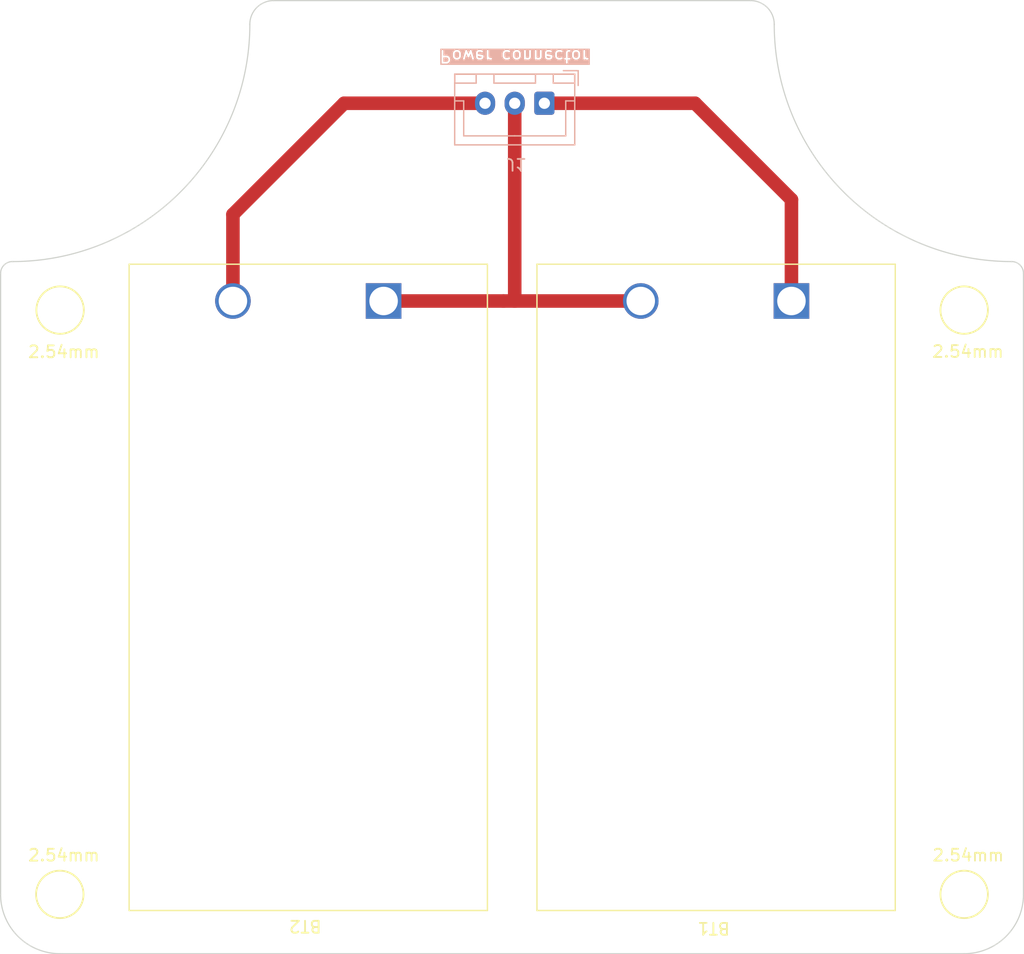
<source format=kicad_pcb>
(kicad_pcb (version 20221018) (generator pcbnew)
  (layers (0 "F.Cu" signal) (31 "B.Cu" signal) (34 "B.Paste" user) (35 "F.Paste" user) (36 "B.SilkS" user "B.Silkscreen") (37 "F.SilkS" user "F.Silkscreen") (38 "B.Mask" user) (39 "F.Mask" user) (44 "Edge.Cuts" user))
  (net 0 "")
  (net 1 "Net-(BT1-+)")
  (net 2 "GND")
  (net 3 "Net-(BT2--)")
  (footprint "Battery:BatteryHolder_Eagle_12BH611-GR" (layer "F.Cu") (at 165.075 73.525 90)
    (fp_text reference "BT1" (at -52.9 -6.557864 180 unlocked) (layer "F.SilkS" knockout))
    (fp_text value "Battery")
    (fp_line (start -51.4 -21.45) (end 3.1 -21.45) (stroke (width 0.12)) (layer "F.SilkS"))
    (fp_line (start -51.4 8.75) (end -51.4 -21.45) (stroke (width 0.12)) (layer "F.SilkS"))
    (fp_line (start 3.1 -21.45) (end 3.1 8.75) (stroke (width 0.12)) (layer "F.SilkS"))
    (fp_line (start 3.1 8.75) (end -51.4 8.75) (stroke (width 0.12)) (layer "F.SilkS"))
    (pad "" np_thru_hole circle (at -38.9 -17.45 90) (size 2.6 2.6) (drill 2.6) (layers "*.Cu" "*.Mask"))
    (pad "" np_thru_hole circle (at -24.15 4.75 90) (size 2.6 2.6) (drill 2.6) (layers "*.Cu" "*.Mask"))
    (pad "" np_thru_hole circle (at -10.9 -17.45 90) (size 2.6 2.6) (drill 2.6) (layers "*.Cu" "*.Mask"))
    (pad "1" thru_hole rect (at 0 0 90) (size 3 3) (drill 2.4) (layers "*.Cu" "*.Mask") (net 1 "Net-(BT1-+)"))
    (pad "2" thru_hole circle (at 0 -12.7 90) (size 3 3) (drill 2.4) (layers "*.Cu" "*.Mask") (net 2 "GND"))
  )
  (footprint "Battery:BatteryHolder_Eagle_12BH611-GR" (layer "F.Cu") (at 130.7 73.525 90)
    (fp_text reference "BT2" (at -52.725 -6.6 180 unlocked) (layer "F.SilkS" knockout))
    (fp_text value "Battery")
    (fp_line (start -51.4 -21.45) (end 3.1 -21.45) (stroke (width 0.12)) (layer "F.SilkS"))
    (fp_line (start -51.4 8.75) (end -51.4 -21.45) (stroke (width 0.12)) (layer "F.SilkS"))
    (fp_line (start 3.1 -21.45) (end 3.1 8.75) (stroke (width 0.12)) (layer "F.SilkS"))
    (fp_line (start 3.1 8.75) (end -51.4 8.75) (stroke (width 0.12)) (layer "F.SilkS"))
    (pad "" np_thru_hole circle (at -38.9 -17.45 90) (size 2.6 2.6) (drill 2.6) (layers "*.Cu" "*.Mask"))
    (pad "" np_thru_hole circle (at -24.15 4.75 90) (size 2.6 2.6) (drill 2.6) (layers "*.Cu" "*.Mask"))
    (pad "" np_thru_hole circle (at -10.9 -17.45 90) (size 2.6 2.6) (drill 2.6) (layers "*.Cu" "*.Mask"))
    (pad "1" thru_hole rect (at 0 0 90) (size 3 3) (drill 2.4) (layers "*.Cu" "*.Mask") (net 2 "GND"))
    (pad "2" thru_hole circle (at 0 -12.7 90) (size 3 3) (drill 2.4) (layers "*.Cu" "*.Mask") (net 3 "Net-(BT2--)"))
  )
  (footprint "MountingHole:MountingHole_2.5mm" (layer "F.Cu") (at 103.432864 74.342136)
    (fp_text reference "H1" hide)
    (fp_text value "MountingHole" hide)
    (pad "" np_thru_hole circle (at 0 0) (size 2.5 2.5) (drill 2.5) (layers "*.Cu" "*.Mask"))
  )
  (footprint "MountingHole:MountingHole_2.5mm" (layer "F.Cu") (at 103.407864 123.617136)
    (fp_text reference "H4" hide)
    (fp_text value "MountingHole" hide)
    (pad "" np_thru_hole circle (at 0 0) (size 2.5 2.5) (drill 2.5) (layers "*.Cu" "*.Mask"))
  )
  (footprint "MountingHole:MountingHole_2.5mm" (layer "F.Cu") (at 179.632864 123.617136)
    (fp_text reference "H2" hide)
    (fp_text value "MountingHole" hide)
    (pad "" np_thru_hole circle (at 0 0) (size 2.5 2.5) (drill 2.5) (layers "*.Cu" "*.Mask"))
  )
  (footprint "MountingHole:MountingHole_2.5mm" (layer "F.Cu") (at 179.632864 74.342136)
    (fp_text reference "H3" hide)
    (fp_text value "MountingHole" hide)
    (pad "" np_thru_hole circle (at 0 0) (size 2.5 2.5) (drill 2.5) (layers "*.Cu" "*.Mask"))
  )
  (footprint "Connector_JST:JST_XH_B3B-XH-A_1x03_P2.50mm_Vertical" (layer "B.Cu") (at 144.25 56.85 180)
    (fp_text reference "J1" (at 2.35 -5.15 180 unlocked) (layer "B.SilkS") (effects (justify mirror)))
    (fp_text value "Battery Connector")
    (fp_line (start -2.85 2.75) (end -2.85 1.5) (stroke (width 0.12)) (layer "B.SilkS"))
    (fp_line (start -2.56 -3.51) (end 7.56 -3.51) (stroke (width 0.12)) (layer "B.SilkS"))
    (fp_line (start -2.56 2.46) (end -2.56 -3.51) (stroke (width 0.12)) (layer "B.SilkS"))
    (fp_line (start -2.55 0.2) (end -1.8 0.2) (stroke (width 0.12)) (layer "B.SilkS"))
    (fp_line (start -2.55 1.7) (end -0.75 1.7) (stroke (width 0.12)) (layer "B.SilkS"))
    (fp_line (start -2.55 2.45) (end -2.55 1.7) (stroke (width 0.12)) (layer "B.SilkS"))
    (fp_line (start -1.8 -2.75) (end 2.5 -2.75) (stroke (width 0.12)) (layer "B.SilkS"))
    (fp_line (start -1.8 0.2) (end -1.8 -2.75) (stroke (width 0.12)) (layer "B.SilkS"))
    (fp_line (start -1.6 2.75) (end -2.85 2.75) (stroke (width 0.12)) (layer "B.SilkS"))
    (fp_line (start -0.75 1.7) (end -0.75 2.45) (stroke (width 0.12)) (layer "B.SilkS"))
    (fp_line (start -0.75 2.45) (end -2.55 2.45) (stroke (width 0.12)) (layer "B.SilkS"))
    (fp_line (start 0.75 1.7) (end 4.25 1.7) (stroke (width 0.12)) (layer "B.SilkS"))
    (fp_line (start 0.75 2.45) (end 0.75 1.7) (stroke (width 0.12)) (layer "B.SilkS"))
    (fp_line (start 4.25 1.7) (end 4.25 2.45) (stroke (width 0.12)) (layer "B.SilkS"))
    (fp_line (start 4.25 2.45) (end 0.75 2.45) (stroke (width 0.12)) (layer "B.SilkS"))
    (fp_line (start 5.75 1.7) (end 7.55 1.7) (stroke (width 0.12)) (layer "B.SilkS"))
    (fp_line (start 5.75 2.45) (end 5.75 1.7) (stroke (width 0.12)) (layer "B.SilkS"))
    (fp_line (start 6.8 -2.75) (end 2.5 -2.75) (stroke (width 0.12)) (layer "B.SilkS"))
    (fp_line (start 6.8 0.2) (end 6.8 -2.75) (stroke (width 0.12)) (layer "B.SilkS"))
    (fp_line (start 7.55 0.2) (end 6.8 0.2) (stroke (width 0.12)) (layer "B.SilkS"))
    (fp_line (start 7.55 1.7) (end 7.55 2.45) (stroke (width 0.12)) (layer "B.SilkS"))
    (fp_line (start 7.55 2.45) (end 5.75 2.45) (stroke (width 0.12)) (layer "B.SilkS"))
    (fp_line (start 7.56 -3.51) (end 7.56 2.46) (stroke (width 0.12)) (layer "B.SilkS"))
    (fp_line (start 7.56 2.46) (end -2.56 2.46) (stroke (width 0.12)) (layer "B.SilkS"))
    (pad "1" thru_hole roundrect (at 0 0 180) (size 1.7 1.95) (drill 0.95) (layers "*.Cu" "*.Mask") (roundrect_rratio 0.1470588235) (net 1 "Net-(BT1-+)"))
    (pad "2" thru_hole oval (at 2.5 0 180) (size 1.7 1.95) (drill 0.95) (layers "*.Cu" "*.Mask") (net 2 "GND"))
    (pad "3" thru_hole oval (at 5 0 180) (size 1.7 1.95) (drill 0.95) (layers "*.Cu" "*.Mask") (net 3 "Net-(BT2--)"))
  )
  (gr_circle (center 103.432864 74.292136) (end 105.432864 74.292136) (stroke (width 0.15)) (fill none) (layer "F.SilkS"))
  (gr_circle (center 103.407864 123.567136) (end 105.407864 123.567136) (stroke (width 0.15)) (fill none) (layer "F.SilkS"))
  (gr_circle (center 179.632864 123.567136) (end 181.632864 123.567136) (stroke (width 0.15)) (fill none) (layer "F.SilkS"))
  (gr_circle (center 179.632864 74.292136) (end 181.632864 74.292136) (stroke (width 0.15)) (fill none) (layer "F.SilkS"))
  (gr_line (start 98.417136 71.2) (end 98.417136 123.567136) (stroke (width 0.1)) (layer "Edge.Cuts"))
  (gr_arc (start 103.417136 128.567136) (mid 99.881602 127.10267) (end 98.417136 123.567136) (stroke (width 0.1)) (layer "Edge.Cuts"))
  (gr_arc (start 98.417136 71.2) (mid 98.710029 70.492893) (end 99.417136 70.2) (stroke (width 0.1)) (layer "Edge.Cuts"))
  (gr_arc (start 184.632864 123.567136) (mid 183.168398 127.10267) (end 179.632864 128.567136) (stroke (width 0.1)) (layer "Edge.Cuts"))
  (gr_arc (start 119.425 50.2) (mid 113.567136 64.342136) (end 99.425 70.2) (stroke (width 0.1)) (layer "Edge.Cuts"))
  (gr_arc (start 183.625 70.2) (mid 169.482864 64.342136) (end 163.625 50.2) (stroke (width 0.1)) (layer "Edge.Cuts"))
  (gr_line (start 183.625 70.2) (end 183.632864 70.2) (stroke (width 0.1)) (layer "Edge.Cuts"))
  (gr_line (start 119.425 50.2) (end 119.425 50.192136) (stroke (width 0.1)) (layer "Edge.Cuts"))
  (gr_line (start 163.625 50.2) (end 163.625 50.192136) (stroke (width 0.1)) (layer "Edge.Cuts"))
  (gr_line (start 99.417136 70.2) (end 99.425 70.2) (stroke (width 0.1)) (layer "Edge.Cuts"))
  (gr_arc (start 183.632864 70.2) (mid 184.339971 70.492893) (end 184.632864 71.2) (stroke (width 0.1)) (layer "Edge.Cuts"))
  (gr_line (start 121.425 48.192136) (end 161.625 48.192136) (stroke (width 0.1)) (layer "Edge.Cuts"))
  (gr_line (start 179.632864 128.567136) (end 103.417136 128.567136) (stroke (width 0.1)) (layer "Edge.Cuts"))
  (gr_arc (start 161.625 48.192136) (mid 163.039214 48.777922) (end 163.625 50.192136) (stroke (width 0.1)) (layer "Edge.Cuts"))
  (gr_line (start 184.632864 123.567136) (end 184.632864 71.2) (stroke (width 0.1)) (layer "Edge.Cuts"))
  (gr_arc (start 119.425 50.192136) (mid 120.010786 48.777922) (end 121.425 48.192136) (stroke (width 0.1)) (layer "Edge.Cuts"))
  (gr_text "Power connector" (at 135.325 52.3 -180) (layer "B.SilkS" knockout) (effects (font (size 1 1)) (justify left bottom mirror)))
  (gr_text "2.54mm" (at 176.85 78.375) (layer "F.SilkS") (effects (font (size 1 1)) (justify left bottom)))
  (gr_text "2.54mm" (at 176.875 120.85) (layer "F.SilkS") (effects (font (size 1 1)) (justify left bottom)))
  (gr_text "2.54mm" (at 100.65 78.4) (layer "F.SilkS") (effects (font (size 1 1)) (justify left bottom)))
  (gr_text "2.54mm" (at 100.65 120.85) (layer "F.SilkS") (effects (font (size 1 1)) (justify left bottom)))
  (segment (start 156.95 56.85) (end 144.25 56.85) (width 1.143) (layer "F.Cu") (net 1))
  (segment (start 165.075 64.975) (end 156.95 56.85) (width 1.143) (layer "F.Cu") (net 1))
  (segment (start 165.075 73.525) (end 165.075 64.975) (width 1.143) (layer "F.Cu") (net 1))
  (segment (start 141.75 56.85) (end 141.75 73.525) (width 1.143) (layer "F.Cu") (net 2))
  (segment (start 141.75 73.525) (end 152.375 73.525) (width 1.143) (layer "F.Cu") (net 2))
  (segment (start 130.7 73.525) (end 140.8 73.525) (width 1.143) (layer "F.Cu") (net 2))
  (segment (start 140.8 73.525) (end 141.75 73.525) (width 1.143) (layer "F.Cu") (net 2))
  (segment (start 127.375 56.85) (end 139.25 56.85) (width 1.143) (layer "F.Cu") (net 3))
  (segment (start 118 66.225) (end 127.375 56.85) (width 1.143) (layer "F.Cu") (net 3))
  (segment (start 118 73.525) (end 118 66.225) (width 1.143) (layer "F.Cu") (net 3))
)
</source>
